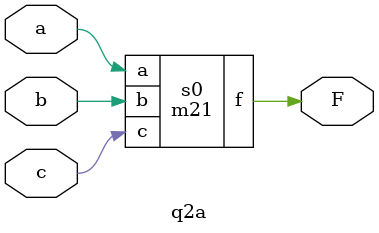
<source format=v>
module m21(a, b, c, f);
	input a,b,c;
	output f;
	reg f;
	always @(a)
	case(a)
		0: f = b & c;
		1: f = b | c;
	endcase
endmodule

module q2a(a, b, c , F);
	input a,b,c;
	output F;
	m21 s0(a,b,c,F);
endmodule


</source>
